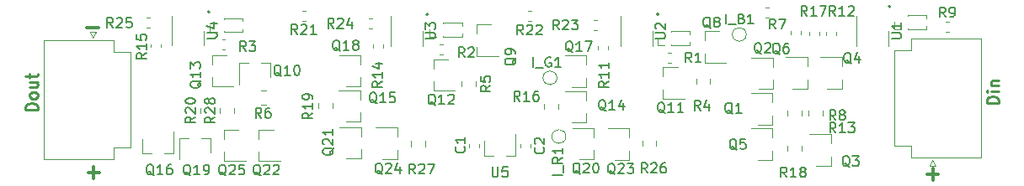
<source format=gbr>
G04 #@! TF.GenerationSoftware,KiCad,Pcbnew,(5.1.2)-2*
G04 #@! TF.CreationDate,2020-01-05T19:11:53-05:00*
G04 #@! TF.ProjectId,AddressableLED,41646472-6573-4736-9162-6c654c45442e,rev?*
G04 #@! TF.SameCoordinates,Original*
G04 #@! TF.FileFunction,Legend,Top*
G04 #@! TF.FilePolarity,Positive*
%FSLAX46Y46*%
G04 Gerber Fmt 4.6, Leading zero omitted, Abs format (unit mm)*
G04 Created by KiCad (PCBNEW (5.1.2)-2) date 2020-01-05 19:11:53*
%MOMM*%
%LPD*%
G04 APERTURE LIST*
%ADD10C,0.150000*%
%ADD11C,0.300000*%
%ADD12C,0.250000*%
%ADD13C,0.120000*%
G04 APERTURE END LIST*
D10*
X110951990Y-95123000D02*
G75*
G03X110951990Y-95123000I-120000J0D01*
G01*
X179417690Y-94589600D02*
G75*
G03X179417690Y-94589600I-120000J0D01*
G01*
X156113190Y-95364300D02*
G75*
G03X156113190Y-95364300I-120000J0D01*
G01*
X132948390Y-95389700D02*
G75*
G03X132948390Y-95389700I-120000J0D01*
G01*
D11*
X98615571Y-96754142D02*
X99758428Y-96754142D01*
X98717171Y-111359142D02*
X99860028Y-111359142D01*
X99288600Y-111930571D02*
X99288600Y-110787714D01*
D12*
X93646557Y-105031957D02*
X92446557Y-105031957D01*
X92446557Y-104746242D01*
X92503700Y-104574814D01*
X92617985Y-104460528D01*
X92732271Y-104403385D01*
X92960842Y-104346242D01*
X93132271Y-104346242D01*
X93360842Y-104403385D01*
X93475128Y-104460528D01*
X93589414Y-104574814D01*
X93646557Y-104746242D01*
X93646557Y-105031957D01*
X93646557Y-103660528D02*
X93589414Y-103774814D01*
X93532271Y-103831957D01*
X93417985Y-103889100D01*
X93075128Y-103889100D01*
X92960842Y-103831957D01*
X92903700Y-103774814D01*
X92846557Y-103660528D01*
X92846557Y-103489100D01*
X92903700Y-103374814D01*
X92960842Y-103317671D01*
X93075128Y-103260528D01*
X93417985Y-103260528D01*
X93532271Y-103317671D01*
X93589414Y-103374814D01*
X93646557Y-103489100D01*
X93646557Y-103660528D01*
X92846557Y-102231957D02*
X93646557Y-102231957D01*
X92846557Y-102746242D02*
X93475128Y-102746242D01*
X93589414Y-102689100D01*
X93646557Y-102574814D01*
X93646557Y-102403385D01*
X93589414Y-102289100D01*
X93532271Y-102231957D01*
X92846557Y-101831957D02*
X92846557Y-101374814D01*
X92446557Y-101660528D02*
X93475128Y-101660528D01*
X93589414Y-101603385D01*
X93646557Y-101489100D01*
X93646557Y-101374814D01*
D11*
X183070571Y-111562342D02*
X184213428Y-111562342D01*
X183642000Y-112133771D02*
X183642000Y-110990914D01*
D12*
X190280857Y-104368457D02*
X189080857Y-104368457D01*
X189080857Y-104082742D01*
X189138000Y-103911314D01*
X189252285Y-103797028D01*
X189366571Y-103739885D01*
X189595142Y-103682742D01*
X189766571Y-103682742D01*
X189995142Y-103739885D01*
X190109428Y-103797028D01*
X190223714Y-103911314D01*
X190280857Y-104082742D01*
X190280857Y-104368457D01*
X190280857Y-103168457D02*
X189480857Y-103168457D01*
X189080857Y-103168457D02*
X189138000Y-103225600D01*
X189195142Y-103168457D01*
X189138000Y-103111314D01*
X189080857Y-103168457D01*
X189195142Y-103168457D01*
X189480857Y-102597028D02*
X190280857Y-102597028D01*
X189595142Y-102597028D02*
X189538000Y-102539885D01*
X189480857Y-102425600D01*
X189480857Y-102254171D01*
X189538000Y-102139885D01*
X189652285Y-102082742D01*
X190280857Y-102082742D01*
D13*
X143266479Y-95044800D02*
X142940921Y-95044800D01*
X143266479Y-96064800D02*
X142940921Y-96064800D01*
X120571379Y-94994000D02*
X120245821Y-94994000D01*
X120571379Y-96014000D02*
X120245821Y-96014000D01*
X167155079Y-94701900D02*
X166829521Y-94701900D01*
X167155079Y-95721900D02*
X166829521Y-95721900D01*
X184939721Y-97157000D02*
X185265279Y-97157000D01*
X184939721Y-96137000D02*
X185265279Y-96137000D01*
X107163500Y-95534800D02*
X107163500Y-98534800D01*
X110383500Y-97034800D02*
X110383500Y-98534800D01*
X129136500Y-95553400D02*
X129136500Y-98553400D01*
X132356500Y-97053400D02*
X132356500Y-98553400D01*
X152237800Y-95578800D02*
X152237800Y-98578800D01*
X155457800Y-97078800D02*
X155457800Y-98578800D01*
X175986800Y-95553400D02*
X175986800Y-98553400D01*
X179206800Y-97053400D02*
X179206800Y-98553400D01*
X145861000Y-101803200D02*
G75*
G03X145861000Y-101803200I-700000J0D01*
G01*
X164898300Y-97421700D02*
G75*
G03X164898300Y-97421700I-700000J0D01*
G01*
X146762700Y-107734100D02*
G75*
G03X146762700Y-107734100I-700000J0D01*
G01*
X138564500Y-109649800D02*
X138564500Y-108189800D01*
X141724500Y-109649800D02*
X141724500Y-107489800D01*
X141724500Y-109649800D02*
X140794500Y-109649800D01*
X138564500Y-109649800D02*
X139494500Y-109649800D01*
X142212600Y-108511121D02*
X142212600Y-108836679D01*
X143232600Y-108511121D02*
X143232600Y-108836679D01*
X137056400Y-108511121D02*
X137056400Y-108836679D01*
X138076400Y-108511121D02*
X138076400Y-108836679D01*
X173403800Y-110673000D02*
X171943800Y-110673000D01*
X173403800Y-107513000D02*
X171243800Y-107513000D01*
X173403800Y-107513000D02*
X173403800Y-108443000D01*
X173403800Y-110673000D02*
X173403800Y-109743000D01*
X169012800Y-108631222D02*
X169012800Y-109148378D01*
X170432800Y-108631222D02*
X170432800Y-109148378D01*
X171257500Y-97157321D02*
X171257500Y-97482879D01*
X172277500Y-97157321D02*
X172277500Y-97482879D01*
X171184500Y-105138722D02*
X171184500Y-105655878D01*
X172604500Y-105138722D02*
X172604500Y-105655878D01*
X172946600Y-97144621D02*
X172946600Y-97470179D01*
X173966600Y-97144621D02*
X173966600Y-97470179D01*
X169050900Y-105138722D02*
X169050900Y-105655878D01*
X170470900Y-105138722D02*
X170470900Y-105655878D01*
X169339800Y-97081221D02*
X169339800Y-97406779D01*
X170359800Y-97081221D02*
X170359800Y-97406779D01*
X171041600Y-102887900D02*
X169581600Y-102887900D01*
X171041600Y-99727900D02*
X168881600Y-99727900D01*
X171041600Y-99727900D02*
X171041600Y-100657900D01*
X171041600Y-102887900D02*
X171041600Y-101957900D01*
X167536400Y-110088800D02*
X166076400Y-110088800D01*
X167536400Y-106928800D02*
X165376400Y-106928800D01*
X167536400Y-106928800D02*
X167536400Y-107858800D01*
X167536400Y-110088800D02*
X167536400Y-109158800D01*
X174496000Y-102887900D02*
X173036000Y-102887900D01*
X174496000Y-99727900D02*
X172336000Y-99727900D01*
X174496000Y-99727900D02*
X174496000Y-100657900D01*
X174496000Y-102887900D02*
X174496000Y-101957900D01*
X167574500Y-102900600D02*
X166114500Y-102900600D01*
X167574500Y-99740600D02*
X165414500Y-99740600D01*
X167574500Y-99740600D02*
X167574500Y-100670600D01*
X167574500Y-102900600D02*
X167574500Y-101970600D01*
X167523700Y-106520100D02*
X166063700Y-106520100D01*
X167523700Y-103360100D02*
X165363700Y-103360100D01*
X167523700Y-103360100D02*
X167523700Y-104290100D01*
X167523700Y-106520100D02*
X167523700Y-105590100D01*
X179794700Y-96872100D02*
X179794700Y-96177100D01*
X180479700Y-96872100D02*
X179794700Y-96872100D01*
X181164700Y-95568824D02*
X181164700Y-95482100D01*
X181164700Y-96872100D02*
X181164700Y-96785376D01*
X181164700Y-95482100D02*
X183039700Y-95482100D01*
X181164700Y-96872100D02*
X183039700Y-96872100D01*
X183039700Y-95782607D02*
X183039700Y-95482100D01*
X183039700Y-96872100D02*
X183039700Y-96571593D01*
X113384400Y-105363778D02*
X113384400Y-104846622D01*
X111964400Y-105363778D02*
X111964400Y-104846622D01*
X132599500Y-108716578D02*
X132599500Y-108199422D01*
X131179500Y-108716578D02*
X131179500Y-108199422D01*
X155853200Y-108691178D02*
X155853200Y-108174022D01*
X154433200Y-108691178D02*
X154433200Y-108174022D01*
X104963279Y-95743300D02*
X104637721Y-95743300D01*
X104963279Y-96763300D02*
X104637721Y-96763300D01*
X127264379Y-95819500D02*
X126938821Y-95819500D01*
X127264379Y-96839500D02*
X126938821Y-96839500D01*
X149908479Y-95933800D02*
X149582921Y-95933800D01*
X149908479Y-96953800D02*
X149582921Y-96953800D01*
X111403200Y-105363778D02*
X111403200Y-104846622D01*
X109983200Y-105363778D02*
X109983200Y-104846622D01*
X121908500Y-104376722D02*
X121908500Y-104893878D01*
X123328500Y-104376722D02*
X123328500Y-104893878D01*
X144590700Y-104427522D02*
X144590700Y-104944678D01*
X146010700Y-104427522D02*
X146010700Y-104944678D01*
X105052400Y-98389221D02*
X105052400Y-98714779D01*
X106072400Y-98389221D02*
X106072400Y-98714779D01*
X127340900Y-98439921D02*
X127340900Y-98765479D01*
X128360900Y-98439921D02*
X128360900Y-98765479D01*
X150010400Y-98592421D02*
X150010400Y-98917979D01*
X151030400Y-98592421D02*
X151030400Y-98917979D01*
X116073422Y-104481700D02*
X116590578Y-104481700D01*
X116073422Y-103061700D02*
X116590578Y-103061700D01*
X136259500Y-102141522D02*
X136259500Y-102658678D01*
X137679500Y-102141522D02*
X137679500Y-102658678D01*
X159856100Y-101923322D02*
X159856100Y-102440478D01*
X161276100Y-101923322D02*
X161276100Y-102440478D01*
X112181321Y-98973100D02*
X112506879Y-98973100D01*
X112181321Y-97953100D02*
X112506879Y-97953100D01*
X134050821Y-99455700D02*
X134376379Y-99455700D01*
X134050821Y-98435700D02*
X134376379Y-98435700D01*
X157037821Y-100268500D02*
X157363379Y-100268500D01*
X157037821Y-99248500D02*
X157363379Y-99248500D01*
X112409700Y-107043100D02*
X113869700Y-107043100D01*
X112409700Y-110203100D02*
X114569700Y-110203100D01*
X112409700Y-110203100D02*
X112409700Y-109273100D01*
X112409700Y-107043100D02*
X112409700Y-107973100D01*
X129792000Y-109999900D02*
X128332000Y-109999900D01*
X129792000Y-106839900D02*
X127632000Y-106839900D01*
X129792000Y-106839900D02*
X129792000Y-107769900D01*
X129792000Y-109999900D02*
X129792000Y-109069900D01*
X153134600Y-110076100D02*
X151674600Y-110076100D01*
X153134600Y-106916100D02*
X150974600Y-106916100D01*
X153134600Y-106916100D02*
X153134600Y-107846100D01*
X153134600Y-110076100D02*
X153134600Y-109146100D01*
X115889500Y-107043100D02*
X117349500Y-107043100D01*
X115889500Y-110203100D02*
X118049500Y-110203100D01*
X115889500Y-110203100D02*
X115889500Y-109273100D01*
X115889500Y-107043100D02*
X115889500Y-107973100D01*
X126159800Y-109949100D02*
X124699800Y-109949100D01*
X126159800Y-106789100D02*
X123999800Y-106789100D01*
X126159800Y-106789100D02*
X126159800Y-107719100D01*
X126159800Y-109949100D02*
X126159800Y-109019100D01*
X149600700Y-110048200D02*
X148140700Y-110048200D01*
X149600700Y-106888200D02*
X147440700Y-106888200D01*
X149600700Y-106888200D02*
X149600700Y-107818200D01*
X149600700Y-110048200D02*
X149600700Y-109118200D01*
X111069200Y-107904500D02*
X111069200Y-109364500D01*
X107909200Y-107904500D02*
X107909200Y-110064500D01*
X107909200Y-107904500D02*
X108839200Y-107904500D01*
X111069200Y-107904500D02*
X110139200Y-107904500D01*
X126121700Y-102672000D02*
X124661700Y-102672000D01*
X126121700Y-99512000D02*
X123961700Y-99512000D01*
X126121700Y-99512000D02*
X126121700Y-100442000D01*
X126121700Y-102672000D02*
X126121700Y-101742000D01*
X148803900Y-102722800D02*
X147343900Y-102722800D01*
X148803900Y-99562800D02*
X146643900Y-99562800D01*
X148803900Y-99562800D02*
X148803900Y-100492800D01*
X148803900Y-102722800D02*
X148803900Y-101792800D01*
X104185600Y-109421200D02*
X104185600Y-107961200D01*
X107345600Y-109421200D02*
X107345600Y-107261200D01*
X107345600Y-109421200D02*
X106415600Y-109421200D01*
X104185600Y-109421200D02*
X105115600Y-109421200D01*
X126096300Y-106240700D02*
X124636300Y-106240700D01*
X126096300Y-103080700D02*
X123936300Y-103080700D01*
X126096300Y-103080700D02*
X126096300Y-104010700D01*
X126096300Y-106240700D02*
X126096300Y-105310700D01*
X148803900Y-106316900D02*
X147343900Y-106316900D01*
X148803900Y-103156900D02*
X146643900Y-103156900D01*
X148803900Y-103156900D02*
X148803900Y-104086900D01*
X148803900Y-106316900D02*
X148803900Y-105386900D01*
X111190500Y-99499300D02*
X112650500Y-99499300D01*
X111190500Y-102659300D02*
X113350500Y-102659300D01*
X111190500Y-102659300D02*
X111190500Y-101729300D01*
X111190500Y-99499300D02*
X111190500Y-100429300D01*
X133466300Y-99943800D02*
X134926300Y-99943800D01*
X133466300Y-103103800D02*
X135626300Y-103103800D01*
X133466300Y-103103800D02*
X133466300Y-102173800D01*
X133466300Y-99943800D02*
X133466300Y-100873800D01*
X156526200Y-100731200D02*
X157986200Y-100731200D01*
X156526200Y-103891200D02*
X158686200Y-103891200D01*
X156526200Y-103891200D02*
X156526200Y-102961200D01*
X156526200Y-100731200D02*
X156526200Y-101661200D01*
X117084000Y-100297200D02*
X117084000Y-101757200D01*
X113924000Y-100297200D02*
X113924000Y-102457200D01*
X113924000Y-100297200D02*
X114854000Y-100297200D01*
X117084000Y-100297200D02*
X116154000Y-100297200D01*
X137797000Y-96413200D02*
X139257000Y-96413200D01*
X137797000Y-99573200D02*
X139957000Y-99573200D01*
X137797000Y-99573200D02*
X137797000Y-98643200D01*
X137797000Y-96413200D02*
X137797000Y-97343200D01*
X160711100Y-97096500D02*
X162171100Y-97096500D01*
X160711100Y-100256500D02*
X162871100Y-100256500D01*
X160711100Y-100256500D02*
X160711100Y-99326500D01*
X160711100Y-97096500D02*
X160711100Y-98026500D01*
X110986100Y-97176900D02*
X110986100Y-96481900D01*
X111671100Y-97176900D02*
X110986100Y-97176900D01*
X112356100Y-95873624D02*
X112356100Y-95786900D01*
X112356100Y-97176900D02*
X112356100Y-97090176D01*
X112356100Y-95786900D02*
X114231100Y-95786900D01*
X112356100Y-97176900D02*
X114231100Y-97176900D01*
X114231100Y-96087407D02*
X114231100Y-95786900D01*
X114231100Y-97176900D02*
X114231100Y-96876393D01*
X133071400Y-97621400D02*
X133071400Y-96926400D01*
X133756400Y-97621400D02*
X133071400Y-97621400D01*
X134441400Y-96318124D02*
X134441400Y-96231400D01*
X134441400Y-97621400D02*
X134441400Y-97534676D01*
X134441400Y-96231400D02*
X136316400Y-96231400D01*
X134441400Y-97621400D02*
X136316400Y-97621400D01*
X136316400Y-96531907D02*
X136316400Y-96231400D01*
X136316400Y-97621400D02*
X136316400Y-97320893D01*
X155982200Y-98485000D02*
X155982200Y-97790000D01*
X156667200Y-98485000D02*
X155982200Y-98485000D01*
X157352200Y-97181724D02*
X157352200Y-97095000D01*
X157352200Y-98485000D02*
X157352200Y-98398276D01*
X157352200Y-97095000D02*
X159227200Y-97095000D01*
X157352200Y-98485000D02*
X159227200Y-98485000D01*
X159227200Y-97395507D02*
X159227200Y-97095000D01*
X159227200Y-98485000D02*
X159227200Y-98184493D01*
X183303900Y-110670300D02*
X183603900Y-110070300D01*
X183903900Y-110670300D02*
X183303900Y-110670300D01*
X183603900Y-110070300D02*
X183903900Y-110670300D01*
X188513900Y-97830300D02*
X188513900Y-109870300D01*
X181493900Y-97830300D02*
X188513900Y-97830300D01*
X181493900Y-99030300D02*
X181493900Y-97830300D01*
X179793900Y-99030300D02*
X181493900Y-99030300D01*
X179793900Y-108670300D02*
X179793900Y-99030300D01*
X181493900Y-108670300D02*
X179793900Y-108670300D01*
X181493900Y-109870300D02*
X181493900Y-108670300D01*
X188513900Y-109870300D02*
X181493900Y-109870300D01*
X99487000Y-97165200D02*
X99187000Y-97765200D01*
X98887000Y-97165200D02*
X99487000Y-97165200D01*
X99187000Y-97765200D02*
X98887000Y-97165200D01*
X94277000Y-110005200D02*
X94277000Y-97965200D01*
X101297000Y-110005200D02*
X94277000Y-110005200D01*
X101297000Y-108805200D02*
X101297000Y-110005200D01*
X102997000Y-108805200D02*
X101297000Y-108805200D01*
X102997000Y-99165200D02*
X102997000Y-108805200D01*
X101297000Y-99165200D02*
X102997000Y-99165200D01*
X101297000Y-97965200D02*
X101297000Y-99165200D01*
X94277000Y-97965200D02*
X101297000Y-97965200D01*
D10*
X142460842Y-97437180D02*
X142127509Y-96960990D01*
X141889414Y-97437180D02*
X141889414Y-96437180D01*
X142270366Y-96437180D01*
X142365604Y-96484800D01*
X142413223Y-96532419D01*
X142460842Y-96627657D01*
X142460842Y-96770514D01*
X142413223Y-96865752D01*
X142365604Y-96913371D01*
X142270366Y-96960990D01*
X141889414Y-96960990D01*
X142841795Y-96532419D02*
X142889414Y-96484800D01*
X142984652Y-96437180D01*
X143222747Y-96437180D01*
X143317985Y-96484800D01*
X143365604Y-96532419D01*
X143413223Y-96627657D01*
X143413223Y-96722895D01*
X143365604Y-96865752D01*
X142794176Y-97437180D01*
X143413223Y-97437180D01*
X143794176Y-96532419D02*
X143841795Y-96484800D01*
X143937033Y-96437180D01*
X144175128Y-96437180D01*
X144270366Y-96484800D01*
X144317985Y-96532419D01*
X144365604Y-96627657D01*
X144365604Y-96722895D01*
X144317985Y-96865752D01*
X143746557Y-97437180D01*
X144365604Y-97437180D01*
X119765742Y-97386380D02*
X119432409Y-96910190D01*
X119194314Y-97386380D02*
X119194314Y-96386380D01*
X119575266Y-96386380D01*
X119670504Y-96434000D01*
X119718123Y-96481619D01*
X119765742Y-96576857D01*
X119765742Y-96719714D01*
X119718123Y-96814952D01*
X119670504Y-96862571D01*
X119575266Y-96910190D01*
X119194314Y-96910190D01*
X120146695Y-96481619D02*
X120194314Y-96434000D01*
X120289552Y-96386380D01*
X120527647Y-96386380D01*
X120622885Y-96434000D01*
X120670504Y-96481619D01*
X120718123Y-96576857D01*
X120718123Y-96672095D01*
X120670504Y-96814952D01*
X120099076Y-97386380D01*
X120718123Y-97386380D01*
X121670504Y-97386380D02*
X121099076Y-97386380D01*
X121384790Y-97386380D02*
X121384790Y-96386380D01*
X121289552Y-96529238D01*
X121194314Y-96624476D01*
X121099076Y-96672095D01*
X184935833Y-95669380D02*
X184602500Y-95193190D01*
X184364404Y-95669380D02*
X184364404Y-94669380D01*
X184745357Y-94669380D01*
X184840595Y-94717000D01*
X184888214Y-94764619D01*
X184935833Y-94859857D01*
X184935833Y-95002714D01*
X184888214Y-95097952D01*
X184840595Y-95145571D01*
X184745357Y-95193190D01*
X184364404Y-95193190D01*
X185412023Y-95669380D02*
X185602500Y-95669380D01*
X185697738Y-95621761D01*
X185745357Y-95574142D01*
X185840595Y-95431285D01*
X185888214Y-95240809D01*
X185888214Y-94859857D01*
X185840595Y-94764619D01*
X185792976Y-94717000D01*
X185697738Y-94669380D01*
X185507261Y-94669380D01*
X185412023Y-94717000D01*
X185364404Y-94764619D01*
X185316785Y-94859857D01*
X185316785Y-95097952D01*
X185364404Y-95193190D01*
X185412023Y-95240809D01*
X185507261Y-95288428D01*
X185697738Y-95288428D01*
X185792976Y-95240809D01*
X185840595Y-95193190D01*
X185888214Y-95097952D01*
X110675880Y-97796704D02*
X111485404Y-97796704D01*
X111580642Y-97749085D01*
X111628261Y-97701466D01*
X111675880Y-97606228D01*
X111675880Y-97415752D01*
X111628261Y-97320514D01*
X111580642Y-97272895D01*
X111485404Y-97225276D01*
X110675880Y-97225276D01*
X111009214Y-96320514D02*
X111675880Y-96320514D01*
X110628261Y-96558609D02*
X111342547Y-96796704D01*
X111342547Y-96177657D01*
X132648880Y-97815304D02*
X133458404Y-97815304D01*
X133553642Y-97767685D01*
X133601261Y-97720066D01*
X133648880Y-97624828D01*
X133648880Y-97434352D01*
X133601261Y-97339114D01*
X133553642Y-97291495D01*
X133458404Y-97243876D01*
X132648880Y-97243876D01*
X132648880Y-96862923D02*
X132648880Y-96243876D01*
X133029833Y-96577209D01*
X133029833Y-96434352D01*
X133077452Y-96339114D01*
X133125071Y-96291495D01*
X133220309Y-96243876D01*
X133458404Y-96243876D01*
X133553642Y-96291495D01*
X133601261Y-96339114D01*
X133648880Y-96434352D01*
X133648880Y-96720066D01*
X133601261Y-96815304D01*
X133553642Y-96862923D01*
X155750180Y-97840704D02*
X156559704Y-97840704D01*
X156654942Y-97793085D01*
X156702561Y-97745466D01*
X156750180Y-97650228D01*
X156750180Y-97459752D01*
X156702561Y-97364514D01*
X156654942Y-97316895D01*
X156559704Y-97269276D01*
X155750180Y-97269276D01*
X155845419Y-96840704D02*
X155797800Y-96793085D01*
X155750180Y-96697847D01*
X155750180Y-96459752D01*
X155797800Y-96364514D01*
X155845419Y-96316895D01*
X155940657Y-96269276D01*
X156035895Y-96269276D01*
X156178752Y-96316895D01*
X156750180Y-96888323D01*
X156750180Y-96269276D01*
X179499180Y-97815304D02*
X180308704Y-97815304D01*
X180403942Y-97767685D01*
X180451561Y-97720066D01*
X180499180Y-97624828D01*
X180499180Y-97434352D01*
X180451561Y-97339114D01*
X180403942Y-97291495D01*
X180308704Y-97243876D01*
X179499180Y-97243876D01*
X180499180Y-96243876D02*
X180499180Y-96815304D01*
X180499180Y-96529590D02*
X179499180Y-96529590D01*
X179642038Y-96624828D01*
X179737276Y-96720066D01*
X179784895Y-96815304D01*
X143486357Y-100706180D02*
X143486357Y-99706180D01*
X143724452Y-100801419D02*
X144486357Y-100801419D01*
X145248261Y-99753800D02*
X145153023Y-99706180D01*
X145010166Y-99706180D01*
X144867309Y-99753800D01*
X144772071Y-99849038D01*
X144724452Y-99944276D01*
X144676833Y-100134752D01*
X144676833Y-100277609D01*
X144724452Y-100468085D01*
X144772071Y-100563323D01*
X144867309Y-100658561D01*
X145010166Y-100706180D01*
X145105404Y-100706180D01*
X145248261Y-100658561D01*
X145295880Y-100610942D01*
X145295880Y-100277609D01*
X145105404Y-100277609D01*
X146248261Y-100706180D02*
X145676833Y-100706180D01*
X145962547Y-100706180D02*
X145962547Y-99706180D01*
X145867309Y-99849038D01*
X145772071Y-99944276D01*
X145676833Y-99991895D01*
X162866557Y-96337380D02*
X162866557Y-95337380D01*
X163104652Y-96432619D02*
X163866557Y-96432619D01*
X164437985Y-95813571D02*
X164580842Y-95861190D01*
X164628461Y-95908809D01*
X164676080Y-96004047D01*
X164676080Y-96146904D01*
X164628461Y-96242142D01*
X164580842Y-96289761D01*
X164485604Y-96337380D01*
X164104652Y-96337380D01*
X164104652Y-95337380D01*
X164437985Y-95337380D01*
X164533223Y-95385000D01*
X164580842Y-95432619D01*
X164628461Y-95527857D01*
X164628461Y-95623095D01*
X164580842Y-95718333D01*
X164533223Y-95765952D01*
X164437985Y-95813571D01*
X164104652Y-95813571D01*
X165628461Y-96337380D02*
X165057033Y-96337380D01*
X165342747Y-96337380D02*
X165342747Y-95337380D01*
X165247509Y-95480238D01*
X165152271Y-95575476D01*
X165057033Y-95623095D01*
X146426180Y-111656642D02*
X145426180Y-111656642D01*
X146521419Y-111418547D02*
X146521419Y-110656642D01*
X146426180Y-109847119D02*
X145949990Y-110180452D01*
X146426180Y-110418547D02*
X145426180Y-110418547D01*
X145426180Y-110037595D01*
X145473800Y-109942357D01*
X145521419Y-109894738D01*
X145616657Y-109847119D01*
X145759514Y-109847119D01*
X145854752Y-109894738D01*
X145902371Y-109942357D01*
X145949990Y-110037595D01*
X145949990Y-110418547D01*
X146426180Y-108894738D02*
X146426180Y-109466166D01*
X146426180Y-109180452D02*
X145426180Y-109180452D01*
X145569038Y-109275690D01*
X145664276Y-109370928D01*
X145711895Y-109466166D01*
X139357195Y-110805980D02*
X139357195Y-111615504D01*
X139404814Y-111710742D01*
X139452433Y-111758361D01*
X139547671Y-111805980D01*
X139738147Y-111805980D01*
X139833385Y-111758361D01*
X139881004Y-111710742D01*
X139928623Y-111615504D01*
X139928623Y-110805980D01*
X140881004Y-110805980D02*
X140404814Y-110805980D01*
X140357195Y-111282171D01*
X140404814Y-111234552D01*
X140500052Y-111186933D01*
X140738147Y-111186933D01*
X140833385Y-111234552D01*
X140881004Y-111282171D01*
X140928623Y-111377409D01*
X140928623Y-111615504D01*
X140881004Y-111710742D01*
X140833385Y-111758361D01*
X140738147Y-111805980D01*
X140500052Y-111805980D01*
X140404814Y-111758361D01*
X140357195Y-111710742D01*
X144509742Y-108840566D02*
X144557361Y-108888185D01*
X144604980Y-109031042D01*
X144604980Y-109126280D01*
X144557361Y-109269138D01*
X144462123Y-109364376D01*
X144366885Y-109411995D01*
X144176409Y-109459614D01*
X144033552Y-109459614D01*
X143843076Y-109411995D01*
X143747838Y-109364376D01*
X143652600Y-109269138D01*
X143604980Y-109126280D01*
X143604980Y-109031042D01*
X143652600Y-108888185D01*
X143700219Y-108840566D01*
X143700219Y-108459614D02*
X143652600Y-108411995D01*
X143604980Y-108316757D01*
X143604980Y-108078661D01*
X143652600Y-107983423D01*
X143700219Y-107935804D01*
X143795457Y-107888185D01*
X143890695Y-107888185D01*
X144033552Y-107935804D01*
X144604980Y-108507233D01*
X144604980Y-107888185D01*
X136539242Y-108764366D02*
X136586861Y-108811985D01*
X136634480Y-108954842D01*
X136634480Y-109050080D01*
X136586861Y-109192938D01*
X136491623Y-109288176D01*
X136396385Y-109335795D01*
X136205909Y-109383414D01*
X136063052Y-109383414D01*
X135872576Y-109335795D01*
X135777338Y-109288176D01*
X135682100Y-109192938D01*
X135634480Y-109050080D01*
X135634480Y-108954842D01*
X135682100Y-108811985D01*
X135729719Y-108764366D01*
X136634480Y-107811985D02*
X136634480Y-108383414D01*
X136634480Y-108097700D02*
X135634480Y-108097700D01*
X135777338Y-108192938D01*
X135872576Y-108288176D01*
X135920195Y-108383414D01*
X175304461Y-110809019D02*
X175209223Y-110761400D01*
X175113985Y-110666161D01*
X174971128Y-110523304D01*
X174875890Y-110475685D01*
X174780652Y-110475685D01*
X174828271Y-110713780D02*
X174733033Y-110666161D01*
X174637795Y-110570923D01*
X174590176Y-110380447D01*
X174590176Y-110047114D01*
X174637795Y-109856638D01*
X174733033Y-109761400D01*
X174828271Y-109713780D01*
X175018747Y-109713780D01*
X175113985Y-109761400D01*
X175209223Y-109856638D01*
X175256842Y-110047114D01*
X175256842Y-110380447D01*
X175209223Y-110570923D01*
X175113985Y-110666161D01*
X175018747Y-110713780D01*
X174828271Y-110713780D01*
X175590176Y-109713780D02*
X176209223Y-109713780D01*
X175875890Y-110094733D01*
X176018747Y-110094733D01*
X176113985Y-110142352D01*
X176161604Y-110189971D01*
X176209223Y-110285209D01*
X176209223Y-110523304D01*
X176161604Y-110618542D01*
X176113985Y-110666161D01*
X176018747Y-110713780D01*
X175733033Y-110713780D01*
X175637795Y-110666161D01*
X175590176Y-110618542D01*
X168965642Y-111831380D02*
X168632309Y-111355190D01*
X168394214Y-111831380D02*
X168394214Y-110831380D01*
X168775166Y-110831380D01*
X168870404Y-110879000D01*
X168918023Y-110926619D01*
X168965642Y-111021857D01*
X168965642Y-111164714D01*
X168918023Y-111259952D01*
X168870404Y-111307571D01*
X168775166Y-111355190D01*
X168394214Y-111355190D01*
X169918023Y-111831380D02*
X169346595Y-111831380D01*
X169632309Y-111831380D02*
X169632309Y-110831380D01*
X169537071Y-110974238D01*
X169441833Y-111069476D01*
X169346595Y-111117095D01*
X170489452Y-111259952D02*
X170394214Y-111212333D01*
X170346595Y-111164714D01*
X170298976Y-111069476D01*
X170298976Y-111021857D01*
X170346595Y-110926619D01*
X170394214Y-110879000D01*
X170489452Y-110831380D01*
X170679928Y-110831380D01*
X170775166Y-110879000D01*
X170822785Y-110926619D01*
X170870404Y-111021857D01*
X170870404Y-111069476D01*
X170822785Y-111164714D01*
X170775166Y-111212333D01*
X170679928Y-111259952D01*
X170489452Y-111259952D01*
X170394214Y-111307571D01*
X170346595Y-111355190D01*
X170298976Y-111450428D01*
X170298976Y-111640904D01*
X170346595Y-111736142D01*
X170394214Y-111783761D01*
X170489452Y-111831380D01*
X170679928Y-111831380D01*
X170775166Y-111783761D01*
X170822785Y-111736142D01*
X170870404Y-111640904D01*
X170870404Y-111450428D01*
X170822785Y-111355190D01*
X170775166Y-111307571D01*
X170679928Y-111259952D01*
X171010342Y-95524580D02*
X170677009Y-95048390D01*
X170438914Y-95524580D02*
X170438914Y-94524580D01*
X170819866Y-94524580D01*
X170915104Y-94572200D01*
X170962723Y-94619819D01*
X171010342Y-94715057D01*
X171010342Y-94857914D01*
X170962723Y-94953152D01*
X170915104Y-95000771D01*
X170819866Y-95048390D01*
X170438914Y-95048390D01*
X171962723Y-95524580D02*
X171391295Y-95524580D01*
X171677009Y-95524580D02*
X171677009Y-94524580D01*
X171581771Y-94667438D01*
X171486533Y-94762676D01*
X171391295Y-94810295D01*
X172296057Y-94524580D02*
X172962723Y-94524580D01*
X172534152Y-95524580D01*
X173880542Y-107335580D02*
X173547209Y-106859390D01*
X173309114Y-107335580D02*
X173309114Y-106335580D01*
X173690066Y-106335580D01*
X173785304Y-106383200D01*
X173832923Y-106430819D01*
X173880542Y-106526057D01*
X173880542Y-106668914D01*
X173832923Y-106764152D01*
X173785304Y-106811771D01*
X173690066Y-106859390D01*
X173309114Y-106859390D01*
X174832923Y-107335580D02*
X174261495Y-107335580D01*
X174547209Y-107335580D02*
X174547209Y-106335580D01*
X174451971Y-106478438D01*
X174356733Y-106573676D01*
X174261495Y-106621295D01*
X175166257Y-106335580D02*
X175785304Y-106335580D01*
X175451971Y-106716533D01*
X175594828Y-106716533D01*
X175690066Y-106764152D01*
X175737685Y-106811771D01*
X175785304Y-106907009D01*
X175785304Y-107145104D01*
X175737685Y-107240342D01*
X175690066Y-107287961D01*
X175594828Y-107335580D01*
X175309114Y-107335580D01*
X175213876Y-107287961D01*
X175166257Y-107240342D01*
X173855142Y-95524580D02*
X173521809Y-95048390D01*
X173283714Y-95524580D02*
X173283714Y-94524580D01*
X173664666Y-94524580D01*
X173759904Y-94572200D01*
X173807523Y-94619819D01*
X173855142Y-94715057D01*
X173855142Y-94857914D01*
X173807523Y-94953152D01*
X173759904Y-95000771D01*
X173664666Y-95048390D01*
X173283714Y-95048390D01*
X174807523Y-95524580D02*
X174236095Y-95524580D01*
X174521809Y-95524580D02*
X174521809Y-94524580D01*
X174426571Y-94667438D01*
X174331333Y-94762676D01*
X174236095Y-94810295D01*
X175188476Y-94619819D02*
X175236095Y-94572200D01*
X175331333Y-94524580D01*
X175569428Y-94524580D01*
X175664666Y-94572200D01*
X175712285Y-94619819D01*
X175759904Y-94715057D01*
X175759904Y-94810295D01*
X175712285Y-94953152D01*
X175140857Y-95524580D01*
X175759904Y-95524580D01*
X173886833Y-106065580D02*
X173553500Y-105589390D01*
X173315404Y-106065580D02*
X173315404Y-105065580D01*
X173696357Y-105065580D01*
X173791595Y-105113200D01*
X173839214Y-105160819D01*
X173886833Y-105256057D01*
X173886833Y-105398914D01*
X173839214Y-105494152D01*
X173791595Y-105541771D01*
X173696357Y-105589390D01*
X173315404Y-105589390D01*
X174458261Y-105494152D02*
X174363023Y-105446533D01*
X174315404Y-105398914D01*
X174267785Y-105303676D01*
X174267785Y-105256057D01*
X174315404Y-105160819D01*
X174363023Y-105113200D01*
X174458261Y-105065580D01*
X174648738Y-105065580D01*
X174743976Y-105113200D01*
X174791595Y-105160819D01*
X174839214Y-105256057D01*
X174839214Y-105303676D01*
X174791595Y-105398914D01*
X174743976Y-105446533D01*
X174648738Y-105494152D01*
X174458261Y-105494152D01*
X174363023Y-105541771D01*
X174315404Y-105589390D01*
X174267785Y-105684628D01*
X174267785Y-105875104D01*
X174315404Y-105970342D01*
X174363023Y-106017961D01*
X174458261Y-106065580D01*
X174648738Y-106065580D01*
X174743976Y-106017961D01*
X174791595Y-105970342D01*
X174839214Y-105875104D01*
X174839214Y-105684628D01*
X174791595Y-105589390D01*
X174743976Y-105541771D01*
X174648738Y-105494152D01*
X167841633Y-96845380D02*
X167508300Y-96369190D01*
X167270204Y-96845380D02*
X167270204Y-95845380D01*
X167651157Y-95845380D01*
X167746395Y-95893000D01*
X167794014Y-95940619D01*
X167841633Y-96035857D01*
X167841633Y-96178714D01*
X167794014Y-96273952D01*
X167746395Y-96321571D01*
X167651157Y-96369190D01*
X167270204Y-96369190D01*
X168174966Y-95845380D02*
X168841633Y-95845380D01*
X168413061Y-96845380D01*
X168281361Y-99417119D02*
X168186123Y-99369500D01*
X168090885Y-99274261D01*
X167948028Y-99131404D01*
X167852790Y-99083785D01*
X167757552Y-99083785D01*
X167805171Y-99321880D02*
X167709933Y-99274261D01*
X167614695Y-99179023D01*
X167567076Y-98988547D01*
X167567076Y-98655214D01*
X167614695Y-98464738D01*
X167709933Y-98369500D01*
X167805171Y-98321880D01*
X167995647Y-98321880D01*
X168090885Y-98369500D01*
X168186123Y-98464738D01*
X168233742Y-98655214D01*
X168233742Y-98988547D01*
X168186123Y-99179023D01*
X168090885Y-99274261D01*
X167995647Y-99321880D01*
X167805171Y-99321880D01*
X169090885Y-98321880D02*
X168900409Y-98321880D01*
X168805171Y-98369500D01*
X168757552Y-98417119D01*
X168662314Y-98559976D01*
X168614695Y-98750452D01*
X168614695Y-99131404D01*
X168662314Y-99226642D01*
X168709933Y-99274261D01*
X168805171Y-99321880D01*
X168995647Y-99321880D01*
X169090885Y-99274261D01*
X169138504Y-99226642D01*
X169186123Y-99131404D01*
X169186123Y-98893309D01*
X169138504Y-98798071D01*
X169090885Y-98750452D01*
X168995647Y-98702833D01*
X168805171Y-98702833D01*
X168709933Y-98750452D01*
X168662314Y-98798071D01*
X168614695Y-98893309D01*
X163950661Y-109081819D02*
X163855423Y-109034200D01*
X163760185Y-108938961D01*
X163617328Y-108796104D01*
X163522090Y-108748485D01*
X163426852Y-108748485D01*
X163474471Y-108986580D02*
X163379233Y-108938961D01*
X163283995Y-108843723D01*
X163236376Y-108653247D01*
X163236376Y-108319914D01*
X163283995Y-108129438D01*
X163379233Y-108034200D01*
X163474471Y-107986580D01*
X163664947Y-107986580D01*
X163760185Y-108034200D01*
X163855423Y-108129438D01*
X163903042Y-108319914D01*
X163903042Y-108653247D01*
X163855423Y-108843723D01*
X163760185Y-108938961D01*
X163664947Y-108986580D01*
X163474471Y-108986580D01*
X164807804Y-107986580D02*
X164331614Y-107986580D01*
X164283995Y-108462771D01*
X164331614Y-108415152D01*
X164426852Y-108367533D01*
X164664947Y-108367533D01*
X164760185Y-108415152D01*
X164807804Y-108462771D01*
X164855423Y-108558009D01*
X164855423Y-108796104D01*
X164807804Y-108891342D01*
X164760185Y-108938961D01*
X164664947Y-108986580D01*
X164426852Y-108986580D01*
X164331614Y-108938961D01*
X164283995Y-108891342D01*
X175456861Y-100369619D02*
X175361623Y-100322000D01*
X175266385Y-100226761D01*
X175123528Y-100083904D01*
X175028290Y-100036285D01*
X174933052Y-100036285D01*
X174980671Y-100274380D02*
X174885433Y-100226761D01*
X174790195Y-100131523D01*
X174742576Y-99941047D01*
X174742576Y-99607714D01*
X174790195Y-99417238D01*
X174885433Y-99322000D01*
X174980671Y-99274380D01*
X175171147Y-99274380D01*
X175266385Y-99322000D01*
X175361623Y-99417238D01*
X175409242Y-99607714D01*
X175409242Y-99941047D01*
X175361623Y-100131523D01*
X175266385Y-100226761D01*
X175171147Y-100274380D01*
X174980671Y-100274380D01*
X176266385Y-99607714D02*
X176266385Y-100274380D01*
X176028290Y-99226761D02*
X175790195Y-99941047D01*
X176409242Y-99941047D01*
X166439861Y-99379019D02*
X166344623Y-99331400D01*
X166249385Y-99236161D01*
X166106528Y-99093304D01*
X166011290Y-99045685D01*
X165916052Y-99045685D01*
X165963671Y-99283780D02*
X165868433Y-99236161D01*
X165773195Y-99140923D01*
X165725576Y-98950447D01*
X165725576Y-98617114D01*
X165773195Y-98426638D01*
X165868433Y-98331400D01*
X165963671Y-98283780D01*
X166154147Y-98283780D01*
X166249385Y-98331400D01*
X166344623Y-98426638D01*
X166392242Y-98617114D01*
X166392242Y-98950447D01*
X166344623Y-99140923D01*
X166249385Y-99236161D01*
X166154147Y-99283780D01*
X165963671Y-99283780D01*
X166773195Y-98379019D02*
X166820814Y-98331400D01*
X166916052Y-98283780D01*
X167154147Y-98283780D01*
X167249385Y-98331400D01*
X167297004Y-98379019D01*
X167344623Y-98474257D01*
X167344623Y-98569495D01*
X167297004Y-98712352D01*
X166725576Y-99283780D01*
X167344623Y-99283780D01*
X163518861Y-105424219D02*
X163423623Y-105376600D01*
X163328385Y-105281361D01*
X163185528Y-105138504D01*
X163090290Y-105090885D01*
X162995052Y-105090885D01*
X163042671Y-105328980D02*
X162947433Y-105281361D01*
X162852195Y-105186123D01*
X162804576Y-104995647D01*
X162804576Y-104662314D01*
X162852195Y-104471838D01*
X162947433Y-104376600D01*
X163042671Y-104328980D01*
X163233147Y-104328980D01*
X163328385Y-104376600D01*
X163423623Y-104471838D01*
X163471242Y-104662314D01*
X163471242Y-104995647D01*
X163423623Y-105186123D01*
X163328385Y-105281361D01*
X163233147Y-105328980D01*
X163042671Y-105328980D01*
X164423623Y-105328980D02*
X163852195Y-105328980D01*
X164137909Y-105328980D02*
X164137909Y-104328980D01*
X164042671Y-104471838D01*
X163947433Y-104567076D01*
X163852195Y-104614695D01*
X111476780Y-105748057D02*
X111000590Y-106081390D01*
X111476780Y-106319485D02*
X110476780Y-106319485D01*
X110476780Y-105938533D01*
X110524400Y-105843295D01*
X110572019Y-105795676D01*
X110667257Y-105748057D01*
X110810114Y-105748057D01*
X110905352Y-105795676D01*
X110952971Y-105843295D01*
X111000590Y-105938533D01*
X111000590Y-106319485D01*
X110572019Y-105367104D02*
X110524400Y-105319485D01*
X110476780Y-105224247D01*
X110476780Y-104986152D01*
X110524400Y-104890914D01*
X110572019Y-104843295D01*
X110667257Y-104795676D01*
X110762495Y-104795676D01*
X110905352Y-104843295D01*
X111476780Y-105414723D01*
X111476780Y-104795676D01*
X110905352Y-104224247D02*
X110857733Y-104319485D01*
X110810114Y-104367104D01*
X110714876Y-104414723D01*
X110667257Y-104414723D01*
X110572019Y-104367104D01*
X110524400Y-104319485D01*
X110476780Y-104224247D01*
X110476780Y-104033771D01*
X110524400Y-103938533D01*
X110572019Y-103890914D01*
X110667257Y-103843295D01*
X110714876Y-103843295D01*
X110810114Y-103890914D01*
X110857733Y-103938533D01*
X110905352Y-104033771D01*
X110905352Y-104224247D01*
X110952971Y-104319485D01*
X111000590Y-104367104D01*
X111095828Y-104414723D01*
X111286304Y-104414723D01*
X111381542Y-104367104D01*
X111429161Y-104319485D01*
X111476780Y-104224247D01*
X111476780Y-104033771D01*
X111429161Y-103938533D01*
X111381542Y-103890914D01*
X111286304Y-103843295D01*
X111095828Y-103843295D01*
X111000590Y-103890914D01*
X110952971Y-103938533D01*
X110905352Y-104033771D01*
X131602242Y-111501180D02*
X131268909Y-111024990D01*
X131030814Y-111501180D02*
X131030814Y-110501180D01*
X131411766Y-110501180D01*
X131507004Y-110548800D01*
X131554623Y-110596419D01*
X131602242Y-110691657D01*
X131602242Y-110834514D01*
X131554623Y-110929752D01*
X131507004Y-110977371D01*
X131411766Y-111024990D01*
X131030814Y-111024990D01*
X131983195Y-110596419D02*
X132030814Y-110548800D01*
X132126052Y-110501180D01*
X132364147Y-110501180D01*
X132459385Y-110548800D01*
X132507004Y-110596419D01*
X132554623Y-110691657D01*
X132554623Y-110786895D01*
X132507004Y-110929752D01*
X131935576Y-111501180D01*
X132554623Y-111501180D01*
X132887957Y-110501180D02*
X133554623Y-110501180D01*
X133126052Y-111501180D01*
X154944842Y-111399580D02*
X154611509Y-110923390D01*
X154373414Y-111399580D02*
X154373414Y-110399580D01*
X154754366Y-110399580D01*
X154849604Y-110447200D01*
X154897223Y-110494819D01*
X154944842Y-110590057D01*
X154944842Y-110732914D01*
X154897223Y-110828152D01*
X154849604Y-110875771D01*
X154754366Y-110923390D01*
X154373414Y-110923390D01*
X155325795Y-110494819D02*
X155373414Y-110447200D01*
X155468652Y-110399580D01*
X155706747Y-110399580D01*
X155801985Y-110447200D01*
X155849604Y-110494819D01*
X155897223Y-110590057D01*
X155897223Y-110685295D01*
X155849604Y-110828152D01*
X155278176Y-111399580D01*
X155897223Y-111399580D01*
X156754366Y-110399580D02*
X156563890Y-110399580D01*
X156468652Y-110447200D01*
X156421033Y-110494819D01*
X156325795Y-110637676D01*
X156278176Y-110828152D01*
X156278176Y-111209104D01*
X156325795Y-111304342D01*
X156373414Y-111351961D01*
X156468652Y-111399580D01*
X156659128Y-111399580D01*
X156754366Y-111351961D01*
X156801985Y-111304342D01*
X156849604Y-111209104D01*
X156849604Y-110971009D01*
X156801985Y-110875771D01*
X156754366Y-110828152D01*
X156659128Y-110780533D01*
X156468652Y-110780533D01*
X156373414Y-110828152D01*
X156325795Y-110875771D01*
X156278176Y-110971009D01*
X101223842Y-96718380D02*
X100890509Y-96242190D01*
X100652414Y-96718380D02*
X100652414Y-95718380D01*
X101033366Y-95718380D01*
X101128604Y-95766000D01*
X101176223Y-95813619D01*
X101223842Y-95908857D01*
X101223842Y-96051714D01*
X101176223Y-96146952D01*
X101128604Y-96194571D01*
X101033366Y-96242190D01*
X100652414Y-96242190D01*
X101604795Y-95813619D02*
X101652414Y-95766000D01*
X101747652Y-95718380D01*
X101985747Y-95718380D01*
X102080985Y-95766000D01*
X102128604Y-95813619D01*
X102176223Y-95908857D01*
X102176223Y-96004095D01*
X102128604Y-96146952D01*
X101557176Y-96718380D01*
X102176223Y-96718380D01*
X103080985Y-95718380D02*
X102604795Y-95718380D01*
X102557176Y-96194571D01*
X102604795Y-96146952D01*
X102700033Y-96099333D01*
X102938128Y-96099333D01*
X103033366Y-96146952D01*
X103080985Y-96194571D01*
X103128604Y-96289809D01*
X103128604Y-96527904D01*
X103080985Y-96623142D01*
X103033366Y-96670761D01*
X102938128Y-96718380D01*
X102700033Y-96718380D01*
X102604795Y-96670761D01*
X102557176Y-96623142D01*
X123423442Y-96781880D02*
X123090109Y-96305690D01*
X122852014Y-96781880D02*
X122852014Y-95781880D01*
X123232966Y-95781880D01*
X123328204Y-95829500D01*
X123375823Y-95877119D01*
X123423442Y-95972357D01*
X123423442Y-96115214D01*
X123375823Y-96210452D01*
X123328204Y-96258071D01*
X123232966Y-96305690D01*
X122852014Y-96305690D01*
X123804395Y-95877119D02*
X123852014Y-95829500D01*
X123947252Y-95781880D01*
X124185347Y-95781880D01*
X124280585Y-95829500D01*
X124328204Y-95877119D01*
X124375823Y-95972357D01*
X124375823Y-96067595D01*
X124328204Y-96210452D01*
X123756776Y-96781880D01*
X124375823Y-96781880D01*
X125232966Y-96115214D02*
X125232966Y-96781880D01*
X124994871Y-95734261D02*
X124756776Y-96448547D01*
X125375823Y-96448547D01*
X146067542Y-96934280D02*
X145734209Y-96458090D01*
X145496114Y-96934280D02*
X145496114Y-95934280D01*
X145877066Y-95934280D01*
X145972304Y-95981900D01*
X146019923Y-96029519D01*
X146067542Y-96124757D01*
X146067542Y-96267614D01*
X146019923Y-96362852D01*
X145972304Y-96410471D01*
X145877066Y-96458090D01*
X145496114Y-96458090D01*
X146448495Y-96029519D02*
X146496114Y-95981900D01*
X146591352Y-95934280D01*
X146829447Y-95934280D01*
X146924685Y-95981900D01*
X146972304Y-96029519D01*
X147019923Y-96124757D01*
X147019923Y-96219995D01*
X146972304Y-96362852D01*
X146400876Y-96934280D01*
X147019923Y-96934280D01*
X147353257Y-95934280D02*
X147972304Y-95934280D01*
X147638971Y-96315233D01*
X147781828Y-96315233D01*
X147877066Y-96362852D01*
X147924685Y-96410471D01*
X147972304Y-96505709D01*
X147972304Y-96743804D01*
X147924685Y-96839042D01*
X147877066Y-96886661D01*
X147781828Y-96934280D01*
X147496114Y-96934280D01*
X147400876Y-96886661D01*
X147353257Y-96839042D01*
X109495580Y-105748057D02*
X109019390Y-106081390D01*
X109495580Y-106319485D02*
X108495580Y-106319485D01*
X108495580Y-105938533D01*
X108543200Y-105843295D01*
X108590819Y-105795676D01*
X108686057Y-105748057D01*
X108828914Y-105748057D01*
X108924152Y-105795676D01*
X108971771Y-105843295D01*
X109019390Y-105938533D01*
X109019390Y-106319485D01*
X108590819Y-105367104D02*
X108543200Y-105319485D01*
X108495580Y-105224247D01*
X108495580Y-104986152D01*
X108543200Y-104890914D01*
X108590819Y-104843295D01*
X108686057Y-104795676D01*
X108781295Y-104795676D01*
X108924152Y-104843295D01*
X109495580Y-105414723D01*
X109495580Y-104795676D01*
X108495580Y-104176628D02*
X108495580Y-104081390D01*
X108543200Y-103986152D01*
X108590819Y-103938533D01*
X108686057Y-103890914D01*
X108876533Y-103843295D01*
X109114628Y-103843295D01*
X109305104Y-103890914D01*
X109400342Y-103938533D01*
X109447961Y-103986152D01*
X109495580Y-104081390D01*
X109495580Y-104176628D01*
X109447961Y-104271866D01*
X109400342Y-104319485D01*
X109305104Y-104367104D01*
X109114628Y-104414723D01*
X108876533Y-104414723D01*
X108686057Y-104367104D01*
X108590819Y-104319485D01*
X108543200Y-104271866D01*
X108495580Y-104176628D01*
X121305580Y-105341657D02*
X120829390Y-105674990D01*
X121305580Y-105913085D02*
X120305580Y-105913085D01*
X120305580Y-105532133D01*
X120353200Y-105436895D01*
X120400819Y-105389276D01*
X120496057Y-105341657D01*
X120638914Y-105341657D01*
X120734152Y-105389276D01*
X120781771Y-105436895D01*
X120829390Y-105532133D01*
X120829390Y-105913085D01*
X121305580Y-104389276D02*
X121305580Y-104960704D01*
X121305580Y-104674990D02*
X120305580Y-104674990D01*
X120448438Y-104770228D01*
X120543676Y-104865466D01*
X120591295Y-104960704D01*
X121305580Y-103913085D02*
X121305580Y-103722609D01*
X121257961Y-103627371D01*
X121210342Y-103579752D01*
X121067485Y-103484514D01*
X120877009Y-103436895D01*
X120496057Y-103436895D01*
X120400819Y-103484514D01*
X120353200Y-103532133D01*
X120305580Y-103627371D01*
X120305580Y-103817847D01*
X120353200Y-103913085D01*
X120400819Y-103960704D01*
X120496057Y-104008323D01*
X120734152Y-104008323D01*
X120829390Y-103960704D01*
X120877009Y-103913085D01*
X120924628Y-103817847D01*
X120924628Y-103627371D01*
X120877009Y-103532133D01*
X120829390Y-103484514D01*
X120734152Y-103436895D01*
X142130542Y-104147880D02*
X141797209Y-103671690D01*
X141559114Y-104147880D02*
X141559114Y-103147880D01*
X141940066Y-103147880D01*
X142035304Y-103195500D01*
X142082923Y-103243119D01*
X142130542Y-103338357D01*
X142130542Y-103481214D01*
X142082923Y-103576452D01*
X142035304Y-103624071D01*
X141940066Y-103671690D01*
X141559114Y-103671690D01*
X143082923Y-104147880D02*
X142511495Y-104147880D01*
X142797209Y-104147880D02*
X142797209Y-103147880D01*
X142701971Y-103290738D01*
X142606733Y-103385976D01*
X142511495Y-103433595D01*
X143940066Y-103147880D02*
X143749590Y-103147880D01*
X143654352Y-103195500D01*
X143606733Y-103243119D01*
X143511495Y-103385976D01*
X143463876Y-103576452D01*
X143463876Y-103957404D01*
X143511495Y-104052642D01*
X143559114Y-104100261D01*
X143654352Y-104147880D01*
X143844828Y-104147880D01*
X143940066Y-104100261D01*
X143987685Y-104052642D01*
X144035304Y-103957404D01*
X144035304Y-103719309D01*
X143987685Y-103624071D01*
X143940066Y-103576452D01*
X143844828Y-103528833D01*
X143654352Y-103528833D01*
X143559114Y-103576452D01*
X143511495Y-103624071D01*
X143463876Y-103719309D01*
X104605080Y-99296457D02*
X104128890Y-99629790D01*
X104605080Y-99867885D02*
X103605080Y-99867885D01*
X103605080Y-99486933D01*
X103652700Y-99391695D01*
X103700319Y-99344076D01*
X103795557Y-99296457D01*
X103938414Y-99296457D01*
X104033652Y-99344076D01*
X104081271Y-99391695D01*
X104128890Y-99486933D01*
X104128890Y-99867885D01*
X104605080Y-98344076D02*
X104605080Y-98915504D01*
X104605080Y-98629790D02*
X103605080Y-98629790D01*
X103747938Y-98725028D01*
X103843176Y-98820266D01*
X103890795Y-98915504D01*
X103605080Y-97439314D02*
X103605080Y-97915504D01*
X104081271Y-97963123D01*
X104033652Y-97915504D01*
X103986033Y-97820266D01*
X103986033Y-97582171D01*
X104033652Y-97486933D01*
X104081271Y-97439314D01*
X104176509Y-97391695D01*
X104414604Y-97391695D01*
X104509842Y-97439314D01*
X104557461Y-97486933D01*
X104605080Y-97582171D01*
X104605080Y-97820266D01*
X104557461Y-97915504D01*
X104509842Y-97963123D01*
X128303280Y-102179357D02*
X127827090Y-102512690D01*
X128303280Y-102750785D02*
X127303280Y-102750785D01*
X127303280Y-102369833D01*
X127350900Y-102274595D01*
X127398519Y-102226976D01*
X127493757Y-102179357D01*
X127636614Y-102179357D01*
X127731852Y-102226976D01*
X127779471Y-102274595D01*
X127827090Y-102369833D01*
X127827090Y-102750785D01*
X128303280Y-101226976D02*
X128303280Y-101798404D01*
X128303280Y-101512690D02*
X127303280Y-101512690D01*
X127446138Y-101607928D01*
X127541376Y-101703166D01*
X127588995Y-101798404D01*
X127636614Y-100369833D02*
X128303280Y-100369833D01*
X127255661Y-100607928D02*
X127969947Y-100846023D01*
X127969947Y-100226976D01*
X151074380Y-102166657D02*
X150598190Y-102499990D01*
X151074380Y-102738085D02*
X150074380Y-102738085D01*
X150074380Y-102357133D01*
X150122000Y-102261895D01*
X150169619Y-102214276D01*
X150264857Y-102166657D01*
X150407714Y-102166657D01*
X150502952Y-102214276D01*
X150550571Y-102261895D01*
X150598190Y-102357133D01*
X150598190Y-102738085D01*
X151074380Y-101214276D02*
X151074380Y-101785704D01*
X151074380Y-101499990D02*
X150074380Y-101499990D01*
X150217238Y-101595228D01*
X150312476Y-101690466D01*
X150360095Y-101785704D01*
X151074380Y-100261895D02*
X151074380Y-100833323D01*
X151074380Y-100547609D02*
X150074380Y-100547609D01*
X150217238Y-100642847D01*
X150312476Y-100738085D01*
X150360095Y-100833323D01*
X116139933Y-105849680D02*
X115806600Y-105373490D01*
X115568504Y-105849680D02*
X115568504Y-104849680D01*
X115949457Y-104849680D01*
X116044695Y-104897300D01*
X116092314Y-104944919D01*
X116139933Y-105040157D01*
X116139933Y-105183014D01*
X116092314Y-105278252D01*
X116044695Y-105325871D01*
X115949457Y-105373490D01*
X115568504Y-105373490D01*
X116997076Y-104849680D02*
X116806600Y-104849680D01*
X116711361Y-104897300D01*
X116663742Y-104944919D01*
X116568504Y-105087776D01*
X116520885Y-105278252D01*
X116520885Y-105659204D01*
X116568504Y-105754442D01*
X116616123Y-105802061D01*
X116711361Y-105849680D01*
X116901838Y-105849680D01*
X116997076Y-105802061D01*
X117044695Y-105754442D01*
X117092314Y-105659204D01*
X117092314Y-105421109D01*
X117044695Y-105325871D01*
X116997076Y-105278252D01*
X116901838Y-105230633D01*
X116711361Y-105230633D01*
X116616123Y-105278252D01*
X116568504Y-105325871D01*
X116520885Y-105421109D01*
X139174480Y-102579466D02*
X138698290Y-102912800D01*
X139174480Y-103150895D02*
X138174480Y-103150895D01*
X138174480Y-102769942D01*
X138222100Y-102674704D01*
X138269719Y-102627085D01*
X138364957Y-102579466D01*
X138507814Y-102579466D01*
X138603052Y-102627085D01*
X138650671Y-102674704D01*
X138698290Y-102769942D01*
X138698290Y-103150895D01*
X138174480Y-101674704D02*
X138174480Y-102150895D01*
X138650671Y-102198514D01*
X138603052Y-102150895D01*
X138555433Y-102055657D01*
X138555433Y-101817561D01*
X138603052Y-101722323D01*
X138650671Y-101674704D01*
X138745909Y-101627085D01*
X138984004Y-101627085D01*
X139079242Y-101674704D01*
X139126861Y-101722323D01*
X139174480Y-101817561D01*
X139174480Y-102055657D01*
X139126861Y-102150895D01*
X139079242Y-102198514D01*
X160285133Y-105074980D02*
X159951800Y-104598790D01*
X159713704Y-105074980D02*
X159713704Y-104074980D01*
X160094657Y-104074980D01*
X160189895Y-104122600D01*
X160237514Y-104170219D01*
X160285133Y-104265457D01*
X160285133Y-104408314D01*
X160237514Y-104503552D01*
X160189895Y-104551171D01*
X160094657Y-104598790D01*
X159713704Y-104598790D01*
X161142276Y-104408314D02*
X161142276Y-105074980D01*
X160904180Y-104027361D02*
X160666085Y-104741647D01*
X161285133Y-104741647D01*
X114603233Y-99105980D02*
X114269900Y-98629790D01*
X114031804Y-99105980D02*
X114031804Y-98105980D01*
X114412757Y-98105980D01*
X114507995Y-98153600D01*
X114555614Y-98201219D01*
X114603233Y-98296457D01*
X114603233Y-98439314D01*
X114555614Y-98534552D01*
X114507995Y-98582171D01*
X114412757Y-98629790D01*
X114031804Y-98629790D01*
X114936566Y-98105980D02*
X115555614Y-98105980D01*
X115222280Y-98486933D01*
X115365138Y-98486933D01*
X115460376Y-98534552D01*
X115507995Y-98582171D01*
X115555614Y-98677409D01*
X115555614Y-98915504D01*
X115507995Y-99010742D01*
X115460376Y-99058361D01*
X115365138Y-99105980D01*
X115079423Y-99105980D01*
X114984185Y-99058361D01*
X114936566Y-99010742D01*
X136574233Y-99715580D02*
X136240900Y-99239390D01*
X136002804Y-99715580D02*
X136002804Y-98715580D01*
X136383757Y-98715580D01*
X136478995Y-98763200D01*
X136526614Y-98810819D01*
X136574233Y-98906057D01*
X136574233Y-99048914D01*
X136526614Y-99144152D01*
X136478995Y-99191771D01*
X136383757Y-99239390D01*
X136002804Y-99239390D01*
X136955185Y-98810819D02*
X137002804Y-98763200D01*
X137098042Y-98715580D01*
X137336138Y-98715580D01*
X137431376Y-98763200D01*
X137478995Y-98810819D01*
X137526614Y-98906057D01*
X137526614Y-99001295D01*
X137478995Y-99144152D01*
X136907566Y-99715580D01*
X137526614Y-99715580D01*
X159396133Y-100236280D02*
X159062800Y-99760090D01*
X158824704Y-100236280D02*
X158824704Y-99236280D01*
X159205657Y-99236280D01*
X159300895Y-99283900D01*
X159348514Y-99331519D01*
X159396133Y-99426757D01*
X159396133Y-99569614D01*
X159348514Y-99664852D01*
X159300895Y-99712471D01*
X159205657Y-99760090D01*
X158824704Y-99760090D01*
X160348514Y-100236280D02*
X159777085Y-100236280D01*
X160062800Y-100236280D02*
X160062800Y-99236280D01*
X159967561Y-99379138D01*
X159872323Y-99474376D01*
X159777085Y-99521995D01*
X112598271Y-111670719D02*
X112503033Y-111623100D01*
X112407795Y-111527861D01*
X112264938Y-111385004D01*
X112169700Y-111337385D01*
X112074461Y-111337385D01*
X112122080Y-111575480D02*
X112026842Y-111527861D01*
X111931604Y-111432623D01*
X111883985Y-111242147D01*
X111883985Y-110908814D01*
X111931604Y-110718338D01*
X112026842Y-110623100D01*
X112122080Y-110575480D01*
X112312557Y-110575480D01*
X112407795Y-110623100D01*
X112503033Y-110718338D01*
X112550652Y-110908814D01*
X112550652Y-111242147D01*
X112503033Y-111432623D01*
X112407795Y-111527861D01*
X112312557Y-111575480D01*
X112122080Y-111575480D01*
X112931604Y-110670719D02*
X112979223Y-110623100D01*
X113074461Y-110575480D01*
X113312557Y-110575480D01*
X113407795Y-110623100D01*
X113455414Y-110670719D01*
X113503033Y-110765957D01*
X113503033Y-110861195D01*
X113455414Y-111004052D01*
X112883985Y-111575480D01*
X113503033Y-111575480D01*
X114407795Y-110575480D02*
X113931604Y-110575480D01*
X113883985Y-111051671D01*
X113931604Y-111004052D01*
X114026842Y-110956433D01*
X114264938Y-110956433D01*
X114360176Y-111004052D01*
X114407795Y-111051671D01*
X114455414Y-111146909D01*
X114455414Y-111385004D01*
X114407795Y-111480242D01*
X114360176Y-111527861D01*
X114264938Y-111575480D01*
X114026842Y-111575480D01*
X113931604Y-111527861D01*
X113883985Y-111480242D01*
X128333571Y-111532919D02*
X128238333Y-111485300D01*
X128143095Y-111390061D01*
X128000238Y-111247204D01*
X127905000Y-111199585D01*
X127809761Y-111199585D01*
X127857380Y-111437680D02*
X127762142Y-111390061D01*
X127666904Y-111294823D01*
X127619285Y-111104347D01*
X127619285Y-110771014D01*
X127666904Y-110580538D01*
X127762142Y-110485300D01*
X127857380Y-110437680D01*
X128047857Y-110437680D01*
X128143095Y-110485300D01*
X128238333Y-110580538D01*
X128285952Y-110771014D01*
X128285952Y-111104347D01*
X128238333Y-111294823D01*
X128143095Y-111390061D01*
X128047857Y-111437680D01*
X127857380Y-111437680D01*
X128666904Y-110532919D02*
X128714523Y-110485300D01*
X128809761Y-110437680D01*
X129047857Y-110437680D01*
X129143095Y-110485300D01*
X129190714Y-110532919D01*
X129238333Y-110628157D01*
X129238333Y-110723395D01*
X129190714Y-110866252D01*
X128619285Y-111437680D01*
X129238333Y-111437680D01*
X130095476Y-110771014D02*
X130095476Y-111437680D01*
X129857380Y-110390061D02*
X129619285Y-111104347D01*
X130238333Y-111104347D01*
X151701571Y-111545619D02*
X151606333Y-111498000D01*
X151511095Y-111402761D01*
X151368238Y-111259904D01*
X151273000Y-111212285D01*
X151177761Y-111212285D01*
X151225380Y-111450380D02*
X151130142Y-111402761D01*
X151034904Y-111307523D01*
X150987285Y-111117047D01*
X150987285Y-110783714D01*
X151034904Y-110593238D01*
X151130142Y-110498000D01*
X151225380Y-110450380D01*
X151415857Y-110450380D01*
X151511095Y-110498000D01*
X151606333Y-110593238D01*
X151653952Y-110783714D01*
X151653952Y-111117047D01*
X151606333Y-111307523D01*
X151511095Y-111402761D01*
X151415857Y-111450380D01*
X151225380Y-111450380D01*
X152034904Y-110545619D02*
X152082523Y-110498000D01*
X152177761Y-110450380D01*
X152415857Y-110450380D01*
X152511095Y-110498000D01*
X152558714Y-110545619D01*
X152606333Y-110640857D01*
X152606333Y-110736095D01*
X152558714Y-110878952D01*
X151987285Y-111450380D01*
X152606333Y-111450380D01*
X152939666Y-110450380D02*
X153558714Y-110450380D01*
X153225380Y-110831333D01*
X153368238Y-110831333D01*
X153463476Y-110878952D01*
X153511095Y-110926571D01*
X153558714Y-111021809D01*
X153558714Y-111259904D01*
X153511095Y-111355142D01*
X153463476Y-111402761D01*
X153368238Y-111450380D01*
X153082523Y-111450380D01*
X152987285Y-111402761D01*
X152939666Y-111355142D01*
X116078071Y-111670719D02*
X115982833Y-111623100D01*
X115887595Y-111527861D01*
X115744738Y-111385004D01*
X115649500Y-111337385D01*
X115554261Y-111337385D01*
X115601880Y-111575480D02*
X115506642Y-111527861D01*
X115411404Y-111432623D01*
X115363785Y-111242147D01*
X115363785Y-110908814D01*
X115411404Y-110718338D01*
X115506642Y-110623100D01*
X115601880Y-110575480D01*
X115792357Y-110575480D01*
X115887595Y-110623100D01*
X115982833Y-110718338D01*
X116030452Y-110908814D01*
X116030452Y-111242147D01*
X115982833Y-111432623D01*
X115887595Y-111527861D01*
X115792357Y-111575480D01*
X115601880Y-111575480D01*
X116411404Y-110670719D02*
X116459023Y-110623100D01*
X116554261Y-110575480D01*
X116792357Y-110575480D01*
X116887595Y-110623100D01*
X116935214Y-110670719D01*
X116982833Y-110765957D01*
X116982833Y-110861195D01*
X116935214Y-111004052D01*
X116363785Y-111575480D01*
X116982833Y-111575480D01*
X117363785Y-110670719D02*
X117411404Y-110623100D01*
X117506642Y-110575480D01*
X117744738Y-110575480D01*
X117839976Y-110623100D01*
X117887595Y-110670719D01*
X117935214Y-110765957D01*
X117935214Y-110861195D01*
X117887595Y-111004052D01*
X117316166Y-111575480D01*
X117935214Y-111575480D01*
X123432819Y-108864328D02*
X123385200Y-108959566D01*
X123289961Y-109054804D01*
X123147104Y-109197661D01*
X123099485Y-109292900D01*
X123099485Y-109388138D01*
X123337580Y-109340519D02*
X123289961Y-109435757D01*
X123194723Y-109530995D01*
X123004247Y-109578614D01*
X122670914Y-109578614D01*
X122480438Y-109530995D01*
X122385200Y-109435757D01*
X122337580Y-109340519D01*
X122337580Y-109150042D01*
X122385200Y-109054804D01*
X122480438Y-108959566D01*
X122670914Y-108911947D01*
X123004247Y-108911947D01*
X123194723Y-108959566D01*
X123289961Y-109054804D01*
X123337580Y-109150042D01*
X123337580Y-109340519D01*
X122432819Y-108530995D02*
X122385200Y-108483376D01*
X122337580Y-108388138D01*
X122337580Y-108150042D01*
X122385200Y-108054804D01*
X122432819Y-108007185D01*
X122528057Y-107959566D01*
X122623295Y-107959566D01*
X122766152Y-108007185D01*
X123337580Y-108578614D01*
X123337580Y-107959566D01*
X123337580Y-107007185D02*
X123337580Y-107578614D01*
X123337580Y-107292900D02*
X122337580Y-107292900D01*
X122480438Y-107388138D01*
X122575676Y-107483376D01*
X122623295Y-107578614D01*
X148209071Y-111507519D02*
X148113833Y-111459900D01*
X148018595Y-111364661D01*
X147875738Y-111221804D01*
X147780500Y-111174185D01*
X147685261Y-111174185D01*
X147732880Y-111412280D02*
X147637642Y-111364661D01*
X147542404Y-111269423D01*
X147494785Y-111078947D01*
X147494785Y-110745614D01*
X147542404Y-110555138D01*
X147637642Y-110459900D01*
X147732880Y-110412280D01*
X147923357Y-110412280D01*
X148018595Y-110459900D01*
X148113833Y-110555138D01*
X148161452Y-110745614D01*
X148161452Y-111078947D01*
X148113833Y-111269423D01*
X148018595Y-111364661D01*
X147923357Y-111412280D01*
X147732880Y-111412280D01*
X148542404Y-110507519D02*
X148590023Y-110459900D01*
X148685261Y-110412280D01*
X148923357Y-110412280D01*
X149018595Y-110459900D01*
X149066214Y-110507519D01*
X149113833Y-110602757D01*
X149113833Y-110697995D01*
X149066214Y-110840852D01*
X148494785Y-111412280D01*
X149113833Y-111412280D01*
X149732880Y-110412280D02*
X149828119Y-110412280D01*
X149923357Y-110459900D01*
X149970976Y-110507519D01*
X150018595Y-110602757D01*
X150066214Y-110793233D01*
X150066214Y-111031328D01*
X150018595Y-111221804D01*
X149970976Y-111317042D01*
X149923357Y-111364661D01*
X149828119Y-111412280D01*
X149732880Y-111412280D01*
X149637642Y-111364661D01*
X149590023Y-111317042D01*
X149542404Y-111221804D01*
X149494785Y-111031328D01*
X149494785Y-110793233D01*
X149542404Y-110602757D01*
X149590023Y-110507519D01*
X149637642Y-110459900D01*
X149732880Y-110412280D01*
X109042271Y-111672619D02*
X108947033Y-111625000D01*
X108851795Y-111529761D01*
X108708938Y-111386904D01*
X108613700Y-111339285D01*
X108518461Y-111339285D01*
X108566080Y-111577380D02*
X108470842Y-111529761D01*
X108375604Y-111434523D01*
X108327985Y-111244047D01*
X108327985Y-110910714D01*
X108375604Y-110720238D01*
X108470842Y-110625000D01*
X108566080Y-110577380D01*
X108756557Y-110577380D01*
X108851795Y-110625000D01*
X108947033Y-110720238D01*
X108994652Y-110910714D01*
X108994652Y-111244047D01*
X108947033Y-111434523D01*
X108851795Y-111529761D01*
X108756557Y-111577380D01*
X108566080Y-111577380D01*
X109947033Y-111577380D02*
X109375604Y-111577380D01*
X109661319Y-111577380D02*
X109661319Y-110577380D01*
X109566080Y-110720238D01*
X109470842Y-110815476D01*
X109375604Y-110863095D01*
X110423223Y-111577380D02*
X110613700Y-111577380D01*
X110708938Y-111529761D01*
X110756557Y-111482142D01*
X110851795Y-111339285D01*
X110899414Y-111148809D01*
X110899414Y-110767857D01*
X110851795Y-110672619D01*
X110804176Y-110625000D01*
X110708938Y-110577380D01*
X110518461Y-110577380D01*
X110423223Y-110625000D01*
X110375604Y-110672619D01*
X110327985Y-110767857D01*
X110327985Y-111005952D01*
X110375604Y-111101190D01*
X110423223Y-111148809D01*
X110518461Y-111196428D01*
X110708938Y-111196428D01*
X110804176Y-111148809D01*
X110851795Y-111101190D01*
X110899414Y-111005952D01*
X124053671Y-99099619D02*
X123958433Y-99052000D01*
X123863195Y-98956761D01*
X123720338Y-98813904D01*
X123625100Y-98766285D01*
X123529861Y-98766285D01*
X123577480Y-99004380D02*
X123482242Y-98956761D01*
X123387004Y-98861523D01*
X123339385Y-98671047D01*
X123339385Y-98337714D01*
X123387004Y-98147238D01*
X123482242Y-98052000D01*
X123577480Y-98004380D01*
X123767957Y-98004380D01*
X123863195Y-98052000D01*
X123958433Y-98147238D01*
X124006052Y-98337714D01*
X124006052Y-98671047D01*
X123958433Y-98861523D01*
X123863195Y-98956761D01*
X123767957Y-99004380D01*
X123577480Y-99004380D01*
X124958433Y-99004380D02*
X124387004Y-99004380D01*
X124672719Y-99004380D02*
X124672719Y-98004380D01*
X124577480Y-98147238D01*
X124482242Y-98242476D01*
X124387004Y-98290095D01*
X125529861Y-98432952D02*
X125434623Y-98385333D01*
X125387004Y-98337714D01*
X125339385Y-98242476D01*
X125339385Y-98194857D01*
X125387004Y-98099619D01*
X125434623Y-98052000D01*
X125529861Y-98004380D01*
X125720338Y-98004380D01*
X125815576Y-98052000D01*
X125863195Y-98099619D01*
X125910814Y-98194857D01*
X125910814Y-98242476D01*
X125863195Y-98337714D01*
X125815576Y-98385333D01*
X125720338Y-98432952D01*
X125529861Y-98432952D01*
X125434623Y-98480571D01*
X125387004Y-98528190D01*
X125339385Y-98623428D01*
X125339385Y-98813904D01*
X125387004Y-98909142D01*
X125434623Y-98956761D01*
X125529861Y-99004380D01*
X125720338Y-99004380D01*
X125815576Y-98956761D01*
X125863195Y-98909142D01*
X125910814Y-98813904D01*
X125910814Y-98623428D01*
X125863195Y-98528190D01*
X125815576Y-98480571D01*
X125720338Y-98432952D01*
X147472471Y-99190419D02*
X147377233Y-99142800D01*
X147281995Y-99047561D01*
X147139138Y-98904704D01*
X147043900Y-98857085D01*
X146948661Y-98857085D01*
X146996280Y-99095180D02*
X146901042Y-99047561D01*
X146805804Y-98952323D01*
X146758185Y-98761847D01*
X146758185Y-98428514D01*
X146805804Y-98238038D01*
X146901042Y-98142800D01*
X146996280Y-98095180D01*
X147186757Y-98095180D01*
X147281995Y-98142800D01*
X147377233Y-98238038D01*
X147424852Y-98428514D01*
X147424852Y-98761847D01*
X147377233Y-98952323D01*
X147281995Y-99047561D01*
X147186757Y-99095180D01*
X146996280Y-99095180D01*
X148377233Y-99095180D02*
X147805804Y-99095180D01*
X148091519Y-99095180D02*
X148091519Y-98095180D01*
X147996280Y-98238038D01*
X147901042Y-98333276D01*
X147805804Y-98380895D01*
X148710566Y-98095180D02*
X149377233Y-98095180D01*
X148948661Y-99095180D01*
X105333871Y-111659919D02*
X105238633Y-111612300D01*
X105143395Y-111517061D01*
X105000538Y-111374204D01*
X104905300Y-111326585D01*
X104810061Y-111326585D01*
X104857680Y-111564680D02*
X104762442Y-111517061D01*
X104667204Y-111421823D01*
X104619585Y-111231347D01*
X104619585Y-110898014D01*
X104667204Y-110707538D01*
X104762442Y-110612300D01*
X104857680Y-110564680D01*
X105048157Y-110564680D01*
X105143395Y-110612300D01*
X105238633Y-110707538D01*
X105286252Y-110898014D01*
X105286252Y-111231347D01*
X105238633Y-111421823D01*
X105143395Y-111517061D01*
X105048157Y-111564680D01*
X104857680Y-111564680D01*
X106238633Y-111564680D02*
X105667204Y-111564680D01*
X105952919Y-111564680D02*
X105952919Y-110564680D01*
X105857680Y-110707538D01*
X105762442Y-110802776D01*
X105667204Y-110850395D01*
X107095776Y-110564680D02*
X106905300Y-110564680D01*
X106810061Y-110612300D01*
X106762442Y-110659919D01*
X106667204Y-110802776D01*
X106619585Y-110993252D01*
X106619585Y-111374204D01*
X106667204Y-111469442D01*
X106714823Y-111517061D01*
X106810061Y-111564680D01*
X107000538Y-111564680D01*
X107095776Y-111517061D01*
X107143395Y-111469442D01*
X107191014Y-111374204D01*
X107191014Y-111136109D01*
X107143395Y-111040871D01*
X107095776Y-110993252D01*
X107000538Y-110945633D01*
X106810061Y-110945633D01*
X106714823Y-110993252D01*
X106667204Y-111040871D01*
X106619585Y-111136109D01*
X127762071Y-104382819D02*
X127666833Y-104335200D01*
X127571595Y-104239961D01*
X127428738Y-104097104D01*
X127333500Y-104049485D01*
X127238261Y-104049485D01*
X127285880Y-104287580D02*
X127190642Y-104239961D01*
X127095404Y-104144723D01*
X127047785Y-103954247D01*
X127047785Y-103620914D01*
X127095404Y-103430438D01*
X127190642Y-103335200D01*
X127285880Y-103287580D01*
X127476357Y-103287580D01*
X127571595Y-103335200D01*
X127666833Y-103430438D01*
X127714452Y-103620914D01*
X127714452Y-103954247D01*
X127666833Y-104144723D01*
X127571595Y-104239961D01*
X127476357Y-104287580D01*
X127285880Y-104287580D01*
X128666833Y-104287580D02*
X128095404Y-104287580D01*
X128381119Y-104287580D02*
X128381119Y-103287580D01*
X128285880Y-103430438D01*
X128190642Y-103525676D01*
X128095404Y-103573295D01*
X129571595Y-103287580D02*
X129095404Y-103287580D01*
X129047785Y-103763771D01*
X129095404Y-103716152D01*
X129190642Y-103668533D01*
X129428738Y-103668533D01*
X129523976Y-103716152D01*
X129571595Y-103763771D01*
X129619214Y-103859009D01*
X129619214Y-104097104D01*
X129571595Y-104192342D01*
X129523976Y-104239961D01*
X129428738Y-104287580D01*
X129190642Y-104287580D01*
X129095404Y-104239961D01*
X129047785Y-104192342D01*
X150787171Y-105119419D02*
X150691933Y-105071800D01*
X150596695Y-104976561D01*
X150453838Y-104833704D01*
X150358600Y-104786085D01*
X150263361Y-104786085D01*
X150310980Y-105024180D02*
X150215742Y-104976561D01*
X150120504Y-104881323D01*
X150072885Y-104690847D01*
X150072885Y-104357514D01*
X150120504Y-104167038D01*
X150215742Y-104071800D01*
X150310980Y-104024180D01*
X150501457Y-104024180D01*
X150596695Y-104071800D01*
X150691933Y-104167038D01*
X150739552Y-104357514D01*
X150739552Y-104690847D01*
X150691933Y-104881323D01*
X150596695Y-104976561D01*
X150501457Y-105024180D01*
X150310980Y-105024180D01*
X151691933Y-105024180D02*
X151120504Y-105024180D01*
X151406219Y-105024180D02*
X151406219Y-104024180D01*
X151310980Y-104167038D01*
X151215742Y-104262276D01*
X151120504Y-104309895D01*
X152549076Y-104357514D02*
X152549076Y-105024180D01*
X152310980Y-103976561D02*
X152072885Y-104690847D01*
X152691933Y-104690847D01*
X110097819Y-102082528D02*
X110050200Y-102177766D01*
X109954961Y-102273004D01*
X109812104Y-102415861D01*
X109764485Y-102511100D01*
X109764485Y-102606338D01*
X110002580Y-102558719D02*
X109954961Y-102653957D01*
X109859723Y-102749195D01*
X109669247Y-102796814D01*
X109335914Y-102796814D01*
X109145438Y-102749195D01*
X109050200Y-102653957D01*
X109002580Y-102558719D01*
X109002580Y-102368242D01*
X109050200Y-102273004D01*
X109145438Y-102177766D01*
X109335914Y-102130147D01*
X109669247Y-102130147D01*
X109859723Y-102177766D01*
X109954961Y-102273004D01*
X110002580Y-102368242D01*
X110002580Y-102558719D01*
X110002580Y-101177766D02*
X110002580Y-101749195D01*
X110002580Y-101463480D02*
X109002580Y-101463480D01*
X109145438Y-101558719D01*
X109240676Y-101653957D01*
X109288295Y-101749195D01*
X109002580Y-100844433D02*
X109002580Y-100225385D01*
X109383533Y-100558719D01*
X109383533Y-100415861D01*
X109431152Y-100320623D01*
X109478771Y-100273004D01*
X109574009Y-100225385D01*
X109812104Y-100225385D01*
X109907342Y-100273004D01*
X109954961Y-100320623D01*
X110002580Y-100415861D01*
X110002580Y-100701576D01*
X109954961Y-100796814D01*
X109907342Y-100844433D01*
X133654871Y-104571419D02*
X133559633Y-104523800D01*
X133464395Y-104428561D01*
X133321538Y-104285704D01*
X133226300Y-104238085D01*
X133131061Y-104238085D01*
X133178680Y-104476180D02*
X133083442Y-104428561D01*
X132988204Y-104333323D01*
X132940585Y-104142847D01*
X132940585Y-103809514D01*
X132988204Y-103619038D01*
X133083442Y-103523800D01*
X133178680Y-103476180D01*
X133369157Y-103476180D01*
X133464395Y-103523800D01*
X133559633Y-103619038D01*
X133607252Y-103809514D01*
X133607252Y-104142847D01*
X133559633Y-104333323D01*
X133464395Y-104428561D01*
X133369157Y-104476180D01*
X133178680Y-104476180D01*
X134559633Y-104476180D02*
X133988204Y-104476180D01*
X134273919Y-104476180D02*
X134273919Y-103476180D01*
X134178680Y-103619038D01*
X134083442Y-103714276D01*
X133988204Y-103761895D01*
X134940585Y-103571419D02*
X134988204Y-103523800D01*
X135083442Y-103476180D01*
X135321538Y-103476180D01*
X135416776Y-103523800D01*
X135464395Y-103571419D01*
X135512014Y-103666657D01*
X135512014Y-103761895D01*
X135464395Y-103904752D01*
X134892966Y-104476180D01*
X135512014Y-104476180D01*
X156714771Y-105358819D02*
X156619533Y-105311200D01*
X156524295Y-105215961D01*
X156381438Y-105073104D01*
X156286200Y-105025485D01*
X156190961Y-105025485D01*
X156238580Y-105263580D02*
X156143342Y-105215961D01*
X156048104Y-105120723D01*
X156000485Y-104930247D01*
X156000485Y-104596914D01*
X156048104Y-104406438D01*
X156143342Y-104311200D01*
X156238580Y-104263580D01*
X156429057Y-104263580D01*
X156524295Y-104311200D01*
X156619533Y-104406438D01*
X156667152Y-104596914D01*
X156667152Y-104930247D01*
X156619533Y-105120723D01*
X156524295Y-105215961D01*
X156429057Y-105263580D01*
X156238580Y-105263580D01*
X157619533Y-105263580D02*
X157048104Y-105263580D01*
X157333819Y-105263580D02*
X157333819Y-104263580D01*
X157238580Y-104406438D01*
X157143342Y-104501676D01*
X157048104Y-104549295D01*
X158571914Y-105263580D02*
X158000485Y-105263580D01*
X158286200Y-105263580D02*
X158286200Y-104263580D01*
X158190961Y-104406438D01*
X158095723Y-104501676D01*
X158000485Y-104549295D01*
X118148171Y-101626919D02*
X118052933Y-101579300D01*
X117957695Y-101484061D01*
X117814838Y-101341204D01*
X117719600Y-101293585D01*
X117624361Y-101293585D01*
X117671980Y-101531680D02*
X117576742Y-101484061D01*
X117481504Y-101388823D01*
X117433885Y-101198347D01*
X117433885Y-100865014D01*
X117481504Y-100674538D01*
X117576742Y-100579300D01*
X117671980Y-100531680D01*
X117862457Y-100531680D01*
X117957695Y-100579300D01*
X118052933Y-100674538D01*
X118100552Y-100865014D01*
X118100552Y-101198347D01*
X118052933Y-101388823D01*
X117957695Y-101484061D01*
X117862457Y-101531680D01*
X117671980Y-101531680D01*
X119052933Y-101531680D02*
X118481504Y-101531680D01*
X118767219Y-101531680D02*
X118767219Y-100531680D01*
X118671980Y-100674538D01*
X118576742Y-100769776D01*
X118481504Y-100817395D01*
X119671980Y-100531680D02*
X119767219Y-100531680D01*
X119862457Y-100579300D01*
X119910076Y-100626919D01*
X119957695Y-100722157D01*
X120005314Y-100912633D01*
X120005314Y-101150728D01*
X119957695Y-101341204D01*
X119910076Y-101436442D01*
X119862457Y-101484061D01*
X119767219Y-101531680D01*
X119671980Y-101531680D01*
X119576742Y-101484061D01*
X119529123Y-101436442D01*
X119481504Y-101341204D01*
X119433885Y-101150728D01*
X119433885Y-100912633D01*
X119481504Y-100722157D01*
X119529123Y-100626919D01*
X119576742Y-100579300D01*
X119671980Y-100531680D01*
X141746219Y-99777538D02*
X141698600Y-99872776D01*
X141603361Y-99968014D01*
X141460504Y-100110871D01*
X141412885Y-100206109D01*
X141412885Y-100301347D01*
X141650980Y-100253728D02*
X141603361Y-100348966D01*
X141508123Y-100444204D01*
X141317647Y-100491823D01*
X140984314Y-100491823D01*
X140793838Y-100444204D01*
X140698600Y-100348966D01*
X140650980Y-100253728D01*
X140650980Y-100063252D01*
X140698600Y-99968014D01*
X140793838Y-99872776D01*
X140984314Y-99825157D01*
X141317647Y-99825157D01*
X141508123Y-99872776D01*
X141603361Y-99968014D01*
X141650980Y-100063252D01*
X141650980Y-100253728D01*
X141650980Y-99348966D02*
X141650980Y-99158490D01*
X141603361Y-99063252D01*
X141555742Y-99015633D01*
X141412885Y-98920395D01*
X141222409Y-98872776D01*
X140841457Y-98872776D01*
X140746219Y-98920395D01*
X140698600Y-98968014D01*
X140650980Y-99063252D01*
X140650980Y-99253728D01*
X140698600Y-99348966D01*
X140746219Y-99396585D01*
X140841457Y-99444204D01*
X141079552Y-99444204D01*
X141174790Y-99396585D01*
X141222409Y-99348966D01*
X141270028Y-99253728D01*
X141270028Y-99063252D01*
X141222409Y-98968014D01*
X141174790Y-98920395D01*
X141079552Y-98872776D01*
X161321761Y-96775519D02*
X161226523Y-96727900D01*
X161131285Y-96632661D01*
X160988428Y-96489804D01*
X160893190Y-96442185D01*
X160797952Y-96442185D01*
X160845571Y-96680280D02*
X160750333Y-96632661D01*
X160655095Y-96537423D01*
X160607476Y-96346947D01*
X160607476Y-96013614D01*
X160655095Y-95823138D01*
X160750333Y-95727900D01*
X160845571Y-95680280D01*
X161036047Y-95680280D01*
X161131285Y-95727900D01*
X161226523Y-95823138D01*
X161274142Y-96013614D01*
X161274142Y-96346947D01*
X161226523Y-96537423D01*
X161131285Y-96632661D01*
X161036047Y-96680280D01*
X160845571Y-96680280D01*
X161845571Y-96108852D02*
X161750333Y-96061233D01*
X161702714Y-96013614D01*
X161655095Y-95918376D01*
X161655095Y-95870757D01*
X161702714Y-95775519D01*
X161750333Y-95727900D01*
X161845571Y-95680280D01*
X162036047Y-95680280D01*
X162131285Y-95727900D01*
X162178904Y-95775519D01*
X162226523Y-95870757D01*
X162226523Y-95918376D01*
X162178904Y-96013614D01*
X162131285Y-96061233D01*
X162036047Y-96108852D01*
X161845571Y-96108852D01*
X161750333Y-96156471D01*
X161702714Y-96204090D01*
X161655095Y-96299328D01*
X161655095Y-96489804D01*
X161702714Y-96585042D01*
X161750333Y-96632661D01*
X161845571Y-96680280D01*
X162036047Y-96680280D01*
X162131285Y-96632661D01*
X162178904Y-96585042D01*
X162226523Y-96489804D01*
X162226523Y-96299328D01*
X162178904Y-96204090D01*
X162131285Y-96156471D01*
X162036047Y-96108852D01*
M02*

</source>
